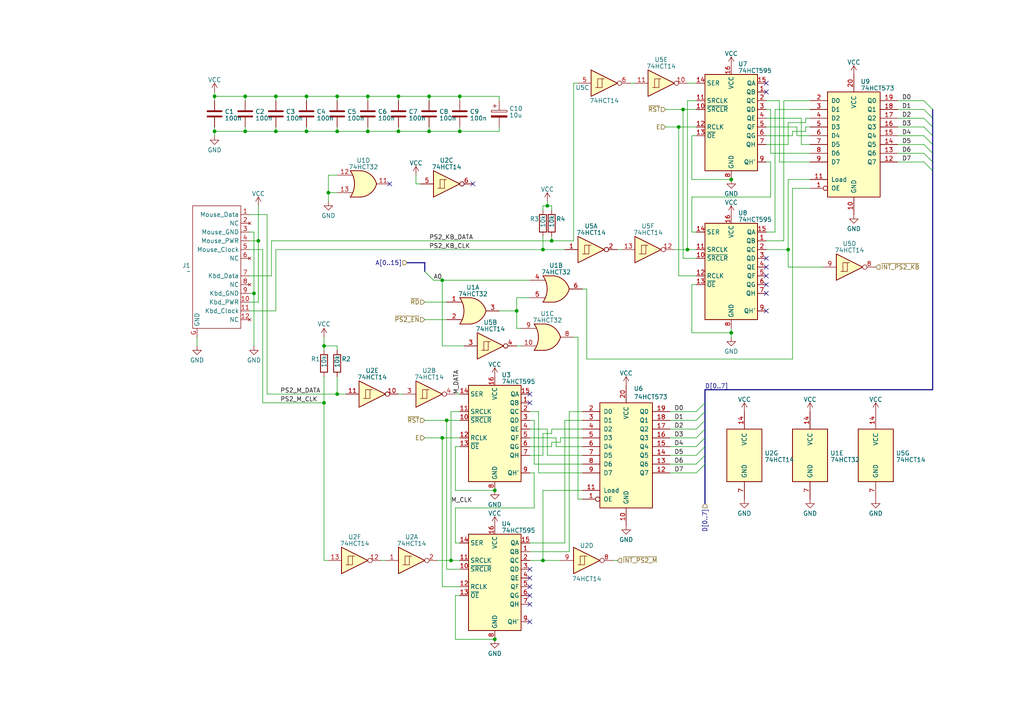
<source format=kicad_sch>
(kicad_sch (version 20231120) (generator "eeschema") (generator_version "8.0")
  (paper "A4")
  (lib_symbols
    (symbol "74xx:74HC14" (pin_names (offset 1.016))
      (property "Reference" "U" (at 0 1.27 0))
      (property "Value" "74HC14" (at 0 -1.27 0))
      (symbol "74HC14_1_0"
        (polyline (pts (xy -3.81 3.81) (xy -3.81 -3.81) (xy 3.81 0) (xy -3.81 3.81)) (stroke (width 0.254)) (fill (type background)))
        (pin input line (at -7.62 0 0) (length 3.81) (name "~") (number "1"))
        (pin output inverted (at 7.62 0 180) (length 3.81) (name "~") (number "2"))
      )
      (symbol "74HC14_1_1"
        (polyline (pts (xy -1.905 -1.27) (xy -1.905 1.27) (xy -0.635 1.27)))
        (polyline (pts (xy -2.54 -1.27) (xy -0.635 -1.27) (xy -0.635 1.27) (xy 0 1.27)))
      )
      (symbol "74HC14_2_0"
        (polyline (pts (xy -3.81 3.81) (xy -3.81 -3.81) (xy 3.81 0) (xy -3.81 3.81)) (stroke (width 0.254)) (fill (type background)))
        (pin input line (at -7.62 0 0) (length 3.81) (name "~") (number "3"))
        (pin output inverted (at 7.62 0 180) (length 3.81) (name "~") (number "4"))
      )
      (symbol "74HC14_2_1"
        (polyline (pts (xy -1.905 -1.27) (xy -1.905 1.27) (xy -0.635 1.27)))
        (polyline (pts (xy -2.54 -1.27) (xy -0.635 -1.27) (xy -0.635 1.27) (xy 0 1.27)))
      )
      (symbol "74HC14_3_0"
        (polyline (pts (xy -3.81 3.81) (xy -3.81 -3.81) (xy 3.81 0) (xy -3.81 3.81)) (stroke (width 0.254)) (fill (type background)))
        (pin input line (at -7.62 0 0) (length 3.81) (name "~") (number "5"))
        (pin output inverted (at 7.62 0 180) (length 3.81) (name "~") (number "6"))
      )
      (symbol "74HC14_3_1"
        (polyline (pts (xy -1.905 -1.27) (xy -1.905 1.27) (xy -0.635 1.27)))
        (polyline (pts (xy -2.54 -1.27) (xy -0.635 -1.27) (xy -0.635 1.27) (xy 0 1.27)))
      )
      (symbol "74HC14_4_0"
        (polyline (pts (xy -3.81 3.81) (xy -3.81 -3.81) (xy 3.81 0) (xy -3.81 3.81)) (stroke (width 0.254)) (fill (type background)))
        (pin output inverted (at 7.62 0 180) (length 3.81) (name "~") (number "8"))
        (pin input line (at -7.62 0 0) (length 3.81) (name "~") (number "9"))
      )
      (symbol "74HC14_4_1"
        (polyline (pts (xy -1.905 -1.27) (xy -1.905 1.27) (xy -0.635 1.27)))
        (polyline (pts (xy -2.54 -1.27) (xy -0.635 -1.27) (xy -0.635 1.27) (xy 0 1.27)))
      )
      (symbol "74HC14_5_0"
        (polyline (pts (xy -3.81 3.81) (xy -3.81 -3.81) (xy 3.81 0) (xy -3.81 3.81)) (stroke (width 0.254)) (fill (type background)))
        (pin output inverted (at 7.62 0 180) (length 3.81) (name "~") (number "10"))
        (pin input line (at -7.62 0 0) (length 3.81) (name "~") (number "11"))
      )
      (symbol "74HC14_5_1"
        (polyline (pts (xy -1.905 -1.27) (xy -1.905 1.27) (xy -0.635 1.27)))
        (polyline (pts (xy -2.54 -1.27) (xy -0.635 -1.27) (xy -0.635 1.27) (xy 0 1.27)))
      )
      (symbol "74HC14_6_0"
        (polyline (pts (xy -3.81 3.81) (xy -3.81 -3.81) (xy 3.81 0) (xy -3.81 3.81)) (stroke (width 0.254)) (fill (type background)))
        (pin output inverted (at 7.62 0 180) (length 3.81) (name "~") (number "12"))
        (pin input line (at -7.62 0 0) (length 3.81) (name "~") (number "13"))
      )
      (symbol "74HC14_6_1"
        (polyline (pts (xy -1.905 -1.27) (xy -1.905 1.27) (xy -0.635 1.27)))
        (polyline (pts (xy -2.54 -1.27) (xy -0.635 -1.27) (xy -0.635 1.27) (xy 0 1.27)))
      )
      (symbol "74HC14_7_0"
        (pin power_in line (at 0 12.7 270) (length 5.08) (name "VCC") (number "14"))
        (pin power_in line (at 0 -12.7 90) (length 5.08) (name "GND") (number "7"))
      )
      (symbol "74HC14_7_1"
        (rectangle (start -5.08 7.62) (end 5.08 -7.62) (stroke (width 0.254)) (fill (type background)))
      )
    )
    (symbol "74xx:74HC595"
      (property "Reference" "U" (at -7.62 13.97 0))
      (property "Value" "74HC595" (at -7.62 -16.51 0))
      (symbol "74HC595_1_0"
        (pin tri_state line (at 10.16 7.62 180) (length 2.54) (name "QB") (number "1"))
        (pin input line (at -10.16 2.54 0) (length 2.54) (name "~{SRCLR}") (number "10"))
        (pin input line (at -10.16 5.08 0) (length 2.54) (name "SRCLK") (number "11"))
        (pin input line (at -10.16 -2.54 0) (length 2.54) (name "RCLK") (number "12"))
        (pin input line (at -10.16 -5.08 0) (length 2.54) (name "~{OE}") (number "13"))
        (pin input line (at -10.16 10.16 0) (length 2.54) (name "SER") (number "14"))
        (pin tri_state line (at 10.16 10.16 180) (length 2.54) (name "QA") (number "15"))
        (pin power_in line (at 0 15.24 270) (length 2.54) (name "VCC") (number "16"))
        (pin tri_state line (at 10.16 5.08 180) (length 2.54) (name "QC") (number "2"))
        (pin tri_state line (at 10.16 2.54 180) (length 2.54) (name "QD") (number "3"))
        (pin tri_state line (at 10.16 0 180) (length 2.54) (name "QE") (number "4"))
        (pin tri_state line (at 10.16 -2.54 180) (length 2.54) (name "QF") (number "5"))
        (pin tri_state line (at 10.16 -5.08 180) (length 2.54) (name "QG") (number "6"))
        (pin tri_state line (at 10.16 -7.62 180) (length 2.54) (name "QH") (number "7"))
        (pin power_in line (at 0 -17.78 90) (length 2.54) (name "GND") (number "8"))
        (pin output line (at 10.16 -12.7 180) (length 2.54) (name "QH'") (number "9"))
      )
      (symbol "74HC595_1_1"
        (rectangle (start -7.62 12.7) (end 7.62 -15.24) (stroke (width 0.254)) (fill (type background)))
      )
    )
    (symbol "74xx:74LS32" (pin_names (offset 1.016))
      (property "Reference" "U" (at 0 1.27 0))
      (property "Value" "74LS32" (at 0 -1.27 0))
      (symbol "74LS32_1_1"
        (arc (start -3.81 -3.81) (mid -2.589 0) (end -3.81 3.81) (stroke (width 0.254)))
        (arc (start -0.6096 -3.81) (mid 2.1842 -2.5851) (end 3.81 0) (stroke (width 0.254)) (fill (type background)))
        (polyline (pts (xy -3.81 -3.81) (xy -0.635 -3.81)) (stroke (width 0.254)) (fill (type background)))
        (polyline (pts (xy -3.81 3.81) (xy -0.635 3.81)) (stroke (width 0.254)) (fill (type background)))
        (polyline (pts (xy -0.635 3.81) (xy -3.81 3.81) (xy -3.81 3.81) (xy -3.556 3.4036) (xy -3.0226 2.2606) (xy -2.6924 1.0414) (xy -2.6162 -0.254) (xy -2.7686 -1.4986) (xy -3.175 -2.7178) (xy -3.81 -3.81) (xy -3.81 -3.81) (xy -0.635 -3.81)) (stroke (width -25.4)) (fill (type background)))
        (arc (start 3.81 0) (mid 2.1915 2.5936) (end -0.6096 3.81) (stroke (width 0.254)) (fill (type background)))
        (pin input line (at -7.62 2.54 0) (length 4.318) (name "~") (number "1"))
        (pin input line (at -7.62 -2.54 0) (length 4.318) (name "~") (number "2"))
        (pin output line (at 7.62 0 180) (length 3.81) (name "~") (number "3"))
      )
      (symbol "74LS32_1_2"
        (arc (start 0 -3.81) (mid 3.7934 0) (end 0 3.81) (stroke (width 0.254)) (fill (type background)))
        (polyline (pts (xy 0 3.81) (xy -3.81 3.81) (xy -3.81 -3.81) (xy 0 -3.81)) (stroke (width 0.254)) (fill (type background)))
        (pin input inverted (at -7.62 2.54 0) (length 3.81) (name "~") (number "1"))
        (pin input inverted (at -7.62 -2.54 0) (length 3.81) (name "~") (number "2"))
        (pin output inverted (at 7.62 0 180) (length 3.81) (name "~") (number "3"))
      )
      (symbol "74LS32_2_1"
        (arc (start -3.81 -3.81) (mid -2.589 0) (end -3.81 3.81) (stroke (width 0.254)))
        (arc (start -0.6096 -3.81) (mid 2.1842 -2.5851) (end 3.81 0) (stroke (width 0.254)) (fill (type background)))
        (polyline (pts (xy -3.81 -3.81) (xy -0.635 -3.81)) (stroke (width 0.254)) (fill (type background)))
        (polyline (pts (xy -3.81 3.81) (xy -0.635 3.81)) (stroke (width 0.254)) (fill (type background)))
        (polyline (pts (xy -0.635 3.81) (xy -3.81 3.81) (xy -3.81 3.81) (xy -3.556 3.4036) (xy -3.0226 2.2606) (xy -2.6924 1.0414) (xy -2.6162 -0.254) (xy -2.7686 -1.4986) (xy -3.175 -2.7178) (xy -3.81 -3.81) (xy -3.81 -3.81) (xy -0.635 -3.81)) (stroke (width -25.4)) (fill (type background)))
        (arc (start 3.81 0) (mid 2.1915 2.5936) (end -0.6096 3.81) (stroke (width 0.254)) (fill (type background)))
        (pin input line (at -7.62 2.54 0) (length 4.318) (name "~") (number "4"))
        (pin input line (at -7.62 -2.54 0) (length 4.318) (name "~") (number "5"))
        (pin output line (at 7.62 0 180) (length 3.81) (name "~") (number "6"))
      )
      (symbol "74LS32_2_2"
        (arc (start 0 -3.81) (mid 3.7934 0) (end 0 3.81) (stroke (width 0.254)) (fill (type background)))
        (polyline (pts (xy 0 3.81) (xy -3.81 3.81) (xy -3.81 -3.81) (xy 0 -3.81)) (stroke (width 0.254)) (fill (type background)))
        (pin input inverted (at -7.62 2.54 0) (length 3.81) (name "~") (number "4"))
        (pin input inverted (at -7.62 -2.54 0) (length 3.81) (name "~") (number "5"))
        (pin output inverted (at 7.62 0 180) (length 3.81) (name "~") (number "6"))
      )
      (symbol "74LS32_3_1"
        (arc (start -3.81 -3.81) (mid -2.589 0) (end -3.81 3.81) (stroke (width 0.254)))
        (arc (start -0.6096 -3.81) (mid 2.1842 -2.5851) (end 3.81 0) (stroke (width 0.254)) (fill (type background)))
        (polyline (pts (xy -3.81 -3.81) (xy -0.635 -3.81)) (stroke (width 0.254)) (fill (type background)))
        (polyline (pts (xy -3.81 3.81) (xy -0.635 3.81)) (stroke (width 0.254)) (fill (type background)))
        (polyline (pts (xy -0.635 3.81) (xy -3.81 3.81) (xy -3.81 3.81) (xy -3.556 3.4036) (xy -3.0226 2.2606) (xy -2.6924 1.0414) (xy -2.6162 -0.254) (xy -2.7686 -1.4986) (xy -3.175 -2.7178) (xy -3.81 -3.81) (xy -3.81 -3.81) (xy -0.635 -3.81)) (stroke (width -25.4)) (fill (type background)))
        (arc (start 3.81 0) (mid 2.1915 2.5936) (end -0.6096 3.81) (stroke (width 0.254)) (fill (type background)))
        (pin input line (at -7.62 -2.54 0) (length 4.318) (name "~") (number "10"))
        (pin output line (at 7.62 0 180) (length 3.81) (name "~") (number "8"))
        (pin input line (at -7.62 2.54 0) (length 4.318) (name "~") (number "9"))
      )
      (symbol "74LS32_3_2"
        (arc (start 0 -3.81) (mid 3.7934 0) (end 0 3.81) (stroke (width 0.254)) (fill (type background)))
        (polyline (pts (xy 0 3.81) (xy -3.81 3.81) (xy -3.81 -3.81) (xy 0 -3.81)) (stroke (width 0.254)) (fill (type background)))
        (pin input inverted (at -7.62 -2.54 0) (length 3.81) (name "~") (number "10"))
        (pin output inverted (at 7.62 0 180) (length 3.81) (name "~") (number "8"))
        (pin input inverted (at -7.62 2.54 0) (length 3.81) (name "~") (number "9"))
      )
      (symbol "74LS32_4_1"
        (arc (start -3.81 -3.81) (mid -2.589 0) (end -3.81 3.81) (stroke (width 0.254)))
        (arc (start -0.6096 -3.81) (mid 2.1842 -2.5851) (end 3.81 0) (stroke (width 0.254)) (fill (type background)))
        (polyline (pts (xy -3.81 -3.81) (xy -0.635 -3.81)) (stroke (width 0.254)) (fill (type background)))
        (polyline (pts (xy -3.81 3.81) (xy -0.635 3.81)) (stroke (width 0.254)) (fill (type background)))
        (polyline (pts (xy -0.635 3.81) (xy -3.81 3.81) (xy -3.81 3.81) (xy -3.556 3.4036) (xy -3.0226 2.2606) (xy -2.6924 1.0414) (xy -2.6162 -0.254) (xy -2.7686 -1.4986) (xy -3.175 -2.7178) (xy -3.81 -3.81) (xy -3.81 -3.81) (xy -0.635 -3.81)) (stroke (width -25.4)) (fill (type background)))
        (arc (start 3.81 0) (mid 2.1915 2.5936) (end -0.6096 3.81) (stroke (width 0.254)) (fill (type background)))
        (pin output line (at 7.62 0 180) (length 3.81) (name "~") (number "11"))
        (pin input line (at -7.62 2.54 0) (length 4.318) (name "~") (number "12"))
        (pin input line (at -7.62 -2.54 0) (length 4.318) (name "~") (number "13"))
      )
      (symbol "74LS32_4_2"
        (arc (start 0 -3.81) (mid 3.7934 0) (end 0 3.81) (stroke (width 0.254)) (fill (type background)))
        (polyline (pts (xy 0 3.81) (xy -3.81 3.81) (xy -3.81 -3.81) (xy 0 -3.81)) (stroke (width 0.254)) (fill (type background)))
        (pin output inverted (at 7.62 0 180) (length 3.81) (name "~") (number "11"))
        (pin input inverted (at -7.62 2.54 0) (length 3.81) (name "~") (number "12"))
        (pin input inverted (at -7.62 -2.54 0) (length 3.81) (name "~") (number "13"))
      )
      (symbol "74LS32_5_0"
        (pin power_in line (at 0 12.7 270) (length 5.08) (name "VCC") (number "14"))
        (pin power_in line (at 0 -12.7 90) (length 5.08) (name "GND") (number "7"))
      )
      (symbol "74LS32_5_1"
        (rectangle (start -5.08 7.62) (end 5.08 -7.62) (stroke (width 0.254)) (fill (type background)))
      )
    )
    (symbol "74xx:74LS573" (pin_names (offset 1.016))
      (property "Reference" "U" (at -7.62 16.51 0))
      (property "Value" "74LS573" (at -7.62 -16.51 0))
      (symbol "74LS573_1_0"
        (pin input inverted (at -12.7 -12.7 0) (length 5.08) (name "OE") (number "1"))
        (pin power_in line (at 0 -20.32 90) (length 5.08) (name "GND") (number "10"))
        (pin input line (at -12.7 -10.16 0) (length 5.08) (name "Load") (number "11"))
        (pin tri_state line (at 12.7 -5.08 180) (length 5.08) (name "Q7") (number "12"))
        (pin tri_state line (at 12.7 -2.54 180) (length 5.08) (name "Q6") (number "13"))
        (pin tri_state line (at 12.7 0 180) (length 5.08) (name "Q5") (number "14"))
        (pin tri_state line (at 12.7 2.54 180) (length 5.08) (name "Q4") (number "15"))
        (pin tri_state line (at 12.7 5.08 180) (length 5.08) (name "Q3") (number "16"))
        (pin tri_state line (at 12.7 7.62 180) (length 5.08) (name "Q2") (number "17"))
        (pin tri_state line (at 12.7 10.16 180) (length 5.08) (name "Q1") (number "18"))
        (pin tri_state line (at 12.7 12.7 180) (length 5.08) (name "Q0") (number "19"))
        (pin input line (at -12.7 12.7 0) (length 5.08) (name "D0") (number "2"))
        (pin power_in line (at 0 20.32 270) (length 5.08) (name "VCC") (number "20"))
        (pin input line (at -12.7 10.16 0) (length 5.08) (name "D1") (number "3"))
        (pin input line (at -12.7 7.62 0) (length 5.08) (name "D2") (number "4"))
        (pin input line (at -12.7 5.08 0) (length 5.08) (name "D3") (number "5"))
        (pin input line (at -12.7 2.54 0) (length 5.08) (name "D4") (number "6"))
        (pin input line (at -12.7 0 0) (length 5.08) (name "D5") (number "7"))
        (pin input line (at -12.7 -2.54 0) (length 5.08) (name "D6") (number "8"))
        (pin input line (at -12.7 -5.08 0) (length 5.08) (name "D7") (number "9"))
      )
      (symbol "74LS573_1_1"
        (rectangle (start -7.62 15.24) (end 7.62 -15.24) (stroke (width 0.254)) (fill (type background)))
      )
    )
    (symbol "Device:C" (pin_numbers hide) (pin_names (offset 0.254))
      (property "Reference" "C" (at 0.635 2.54 0))
      (property "Value" "C" (at 0.635 -2.54 0))
      (symbol "C_0_1"
        (polyline (pts (xy -2.032 -0.762) (xy 2.032 -0.762)) (stroke (width 0.508)))
        (polyline (pts (xy -2.032 0.762) (xy 2.032 0.762)) (stroke (width 0.508)))
      )
      (symbol "C_1_1"
        (pin passive line (at 0 3.81 270) (length 2.794) (name "~") (number "1"))
        (pin passive line (at 0 -3.81 90) (length 2.794) (name "~") (number "2"))
      )
    )
    (symbol "Device:C_Polarized" (pin_numbers hide) (pin_names (offset 0.254))
      (property "Reference" "C" (at 0.635 2.54 0))
      (property "Value" "C_Polarized" (at 0.635 -2.54 0))
      (symbol "C_Polarized_0_1"
        (rectangle (start -2.286 0.508) (end 2.286 1.016))
        (polyline (pts (xy -1.778 2.286) (xy -0.762 2.286)))
        (polyline (pts (xy -1.27 2.794) (xy -1.27 1.778)))
        (rectangle (start 2.286 -0.508) (end -2.286 -1.016) (fill (type outline)))
      )
      (symbol "C_Polarized_1_1"
        (pin passive line (at 0 3.81 270) (length 2.794) (name "~") (number "1"))
        (pin passive line (at 0 -3.81 90) (length 2.794) (name "~") (number "2"))
      )
    )
    (symbol "Device:R" (pin_numbers hide) (pin_names (offset 0))
      (property "Reference" "R" (at 2.032 0 90))
      (property "Value" "R" (at 0 0 90))
      (symbol "R_0_1"
        (rectangle (start -1.016 -2.54) (end 1.016 2.54) (stroke (width 0.254)))
      )
      (symbol "R_1_1"
        (pin passive line (at 0 3.81 270) (length 1.27) (name "~") (number "1"))
        (pin passive line (at 0 -3.81 90) (length 1.27) (name "~") (number "2"))
      )
    )
    (symbol "motherboard:2xPS2"
      (property "Reference" "J" (at 0 0 0))
      (symbol "2xPS2_0_1"
        (rectangle (start -7.62 38.1) (end 6.35 2.54))
      )
      (symbol "2xPS2_1_1"
        (pin input line (at -10.16 35.56 0) (length 2.54) (name "Mouse_Data") (number "1"))
        (pin power_in line (at -10.16 10.16 0) (length 2.54) (name "Kbd_PWR") (number "10"))
        (pin power_in line (at -10.16 7.62 0) (length 2.54) (name "Kbd_Clock") (number "11"))
        (pin no_connect line (at -10.16 5.08 0) (length 2.54) (name "NC") (number "12"))
        (pin no_connect line (at -10.16 33.02 0) (length 2.54) (name "NC") (number "2"))
        (pin power_in line (at -10.16 30.48 0) (length 2.54) (name "Mouse_GND") (number "3"))
        (pin power_in line (at -10.16 27.94 0) (length 2.54) (name "Mouse_PWR") (number "4"))
        (pin power_in line (at -10.16 25.4 0) (length 2.54) (name "Mouse_Clock") (number "5"))
        (pin no_connect line (at -10.16 22.86 0) (length 2.54) (name "NC") (number "6"))
        (pin input line (at -10.16 17.78 0) (length 2.54) (name "Kbd_Data") (number "7"))
        (pin no_connect line (at -10.16 15.24 0) (length 2.54) (name "NC") (number "8"))
        (pin power_in line (at -10.16 12.7 0) (length 2.54) (name "Kbd_GND") (number "9"))
        (pin power_in line (at 5.08 0 90) (length 2.54) (name "GND") (number "G"))
      )
    )
    (symbol "power:GND" (power) (pin_names (offset 0))
      (property "Value" "GND" (at 0 -3.81 0))
      (symbol "GND_0_1"
        (polyline (pts (xy 0 0) (xy 0 -1.27) (xy 1.27 -1.27) (xy 0 -2.54) (xy -1.27 -1.27) (xy 0 -1.27)))
      )
      (symbol "GND_1_1"
        (pin power_in line (at 0 0 270) (length 0) hide (name "GND") (number "1"))
      )
    )
    (symbol "power:VCC" (power) (pin_names (offset 0))
      (property "Value" "VCC" (at 0 3.81 0))
      (symbol "VCC_0_1"
        (polyline (pts (xy -0.762 1.27) (xy 0 2.54)))
        (polyline (pts (xy 0 0) (xy 0 2.54)))
        (polyline (pts (xy 0 2.54) (xy 0.762 1.27)))
      )
      (symbol "VCC_1_1"
        (pin power_in line (at 0 0 90) (length 0) hide (name "VCC") (number "1"))
      )
    )
  )
  (junction (at 80.01 27.94))
  (junction (at 133.35 38.1))
  (junction (at 196.85 36.83))
  (junction (at 124.46 38.1))
  (junction (at 212.09 52.07))
  (junction (at 93.98 116.84))
  (junction (at 62.23 38.1))
  (junction (at 93.98 100.33))
  (junction (at 88.9 38.1))
  (junction (at 198.12 31.75))
  (junction (at 97.79 27.94))
  (junction (at 130.81 162.56))
  (junction (at 97.79 38.1))
  (junction (at 129.54 121.92))
  (junction (at 62.23 27.94))
  (junction (at 71.12 38.1))
  (junction (at 199.39 72.39))
  (junction (at 74.93 69.85))
  (junction (at 80.01 38.1))
  (junction (at 212.09 96.52))
  (junction (at 95.25 55.88))
  (junction (at 157.48 72.39))
  (junction (at 158.75 59.69))
  (junction (at 128.27 127))
  (junction (at 143.51 185.42))
  (junction (at 228.6 72.39))
  (junction (at 106.68 38.1))
  (junction (at 106.68 27.94))
  (junction (at 115.57 38.1))
  (junction (at 71.12 27.94))
  (junction (at 149.86 90.17))
  (junction (at 73.66 85.09))
  (junction (at 124.46 27.94))
  (junction (at 88.9 27.94))
  (junction (at 128.27 81.28))
  (junction (at 115.57 27.94))
  (junction (at 133.35 27.94))
  (junction (at 143.51 142.24))
  (junction (at 160.02 69.85))
  (junction (at 157.48 162.56))
  (junction (at 97.79 114.3))
  (no_connect (at 153.67 180.34))
  (no_connect (at 153.67 114.3))
  (no_connect (at 222.25 82.55))
  (no_connect (at 153.67 170.18))
  (no_connect (at 153.67 175.26))
  (no_connect (at 137.16 53.34))
  (no_connect (at 153.67 165.1))
  (no_connect (at 113.03 53.34))
  (no_connect (at 153.67 167.64))
  (no_connect (at 222.25 26.67))
  (no_connect (at 153.67 116.84))
  (no_connect (at 222.25 85.09))
  (no_connect (at 222.25 24.13))
  (no_connect (at 222.25 90.17))
  (no_connect (at 222.25 74.93))
  (no_connect (at 222.25 77.47))
  (no_connect (at 222.25 80.01))
  (no_connect (at 153.67 172.72))
  (bus_entry (at 204.47 121.92) (size -2.54 2.54))
  (bus_entry (at 270.51 31.75) (size -2.54 -2.54))
  (bus_entry (at 123.19 78.74) (size 2.54 2.54))
  (bus_entry (at 204.47 127) (size -2.54 2.54))
  (bus_entry (at 204.47 132.08) (size -2.54 2.54))
  (bus_entry (at 270.51 34.29) (size -2.54 -2.54))
  (bus_entry (at 270.51 41.91) (size -2.54 -2.54))
  (bus_entry (at 204.47 129.54) (size -2.54 2.54))
  (bus_entry (at 270.51 36.83) (size -2.54 -2.54))
  (bus_entry (at 204.47 124.46) (size -2.54 2.54))
  (bus_entry (at 204.47 116.84) (size -2.54 2.54))
  (bus_entry (at 204.47 119.38) (size -2.54 2.54))
  (bus_entry (at 204.47 134.62) (size -2.54 2.54))
  (bus_entry (at 270.51 49.53) (size -2.54 -2.54))
  (bus_entry (at 270.51 39.37) (size -2.54 -2.54))
  (bus_entry (at 270.51 46.99) (size -2.54 -2.54))
  (bus_entry (at 270.51 44.45) (size -2.54 -2.54))
  (wire (pts (xy 158.75 124.46) (xy 158.75 132.08)))
  (wire (pts (xy 133.35 129.54) (xy 132.08 129.54)))
  (wire (pts (xy 115.57 29.21) (xy 115.57 27.94)))
  (wire (pts (xy 194.31 137.16) (xy 201.93 137.16)))
  (wire (pts (xy 123.19 127) (xy 128.27 127)))
  (wire (pts (xy 77.47 62.23) (xy 77.47 114.3)))
  (wire (pts (xy 97.79 36.83) (xy 97.79 38.1)))
  (wire (pts (xy 115.57 27.94) (xy 124.46 27.94)))
  (wire (pts (xy 72.39 80.01) (xy 78.74 80.01)))
  (wire (pts (xy 154.94 147.32) (xy 132.08 147.32)))
  (wire (pts (xy 110.49 162.56) (xy 111.76 162.56)))
  (wire (pts (xy 153.67 157.48) (xy 163.83 157.48)))
  (wire (pts (xy 196.85 36.83) (xy 196.85 80.01)))
  (wire (pts (xy 127 162.56) (xy 130.81 162.56)))
  (wire (pts (xy 154.94 134.62) (xy 168.91 134.62)))
  (wire (pts (xy 62.23 27.94) (xy 71.12 27.94)))
  (wire (pts (xy 157.48 72.39) (xy 163.83 72.39)))
  (wire (pts (xy 128.27 127) (xy 128.27 170.18)))
  (wire (pts (xy 167.64 144.78) (xy 168.91 144.78)))
  (wire (pts (xy 124.46 36.83) (xy 124.46 38.1)))
  (wire (pts (xy 229.87 54.61) (xy 234.95 54.61)))
  (wire (pts (xy 120.65 53.34) (xy 121.92 53.34)))
  (wire (pts (xy 80.01 38.1) (xy 88.9 38.1)))
  (wire (pts (xy 160.02 59.69) (xy 160.02 60.96)))
  (wire (pts (xy 153.67 121.92) (xy 154.94 121.92)))
  (wire (pts (xy 156.21 119.38) (xy 153.67 119.38)))
  (bus (pts (xy 123.19 76.2) (xy 123.19 78.74)))
  (wire (pts (xy 177.8 162.56) (xy 179.07 162.56)))
  (wire (pts (xy 129.54 121.92) (xy 129.54 165.1)))
  (wire (pts (xy 80.01 27.94) (xy 80.01 29.21)))
  (wire (pts (xy 157.48 132.08) (xy 153.67 132.08)))
  (wire (pts (xy 115.57 38.1) (xy 124.46 38.1)))
  (wire (pts (xy 163.83 121.92) (xy 168.91 121.92)))
  (wire (pts (xy 106.68 38.1) (xy 115.57 38.1)))
  (wire (pts (xy 224.79 67.31) (xy 224.79 31.75)))
  (wire (pts (xy 134.62 100.33) (xy 128.27 100.33)))
  (wire (pts (xy 179.07 72.39) (xy 180.34 72.39)))
  (wire (pts (xy 97.79 114.3) (xy 100.33 114.3)))
  (wire (pts (xy 78.74 69.85) (xy 160.02 69.85)))
  (wire (pts (xy 123.19 87.63) (xy 129.54 87.63)))
  (wire (pts (xy 222.25 41.91) (xy 228.6 41.91)))
  (wire (pts (xy 62.23 26.67) (xy 62.23 27.94)))
  (wire (pts (xy 194.31 129.54) (xy 201.93 129.54)))
  (wire (pts (xy 194.31 134.62) (xy 201.93 134.62)))
  (bus (pts (xy 270.51 46.99) (xy 270.51 49.53)))
  (wire (pts (xy 97.79 29.21) (xy 97.79 27.94)))
  (wire (pts (xy 199.39 29.21) (xy 201.93 29.21)))
  (wire (pts (xy 115.57 114.3) (xy 116.84 114.3)))
  (wire (pts (xy 129.54 165.1) (xy 133.35 165.1)))
  (wire (pts (xy 76.2 116.84) (xy 93.98 116.84)))
  (wire (pts (xy 124.46 38.1) (xy 133.35 38.1)))
  (wire (pts (xy 231.14 39.37) (xy 234.95 39.37)))
  (wire (pts (xy 120.65 50.8) (xy 120.65 53.34)))
  (bus (pts (xy 204.47 124.46) (xy 204.47 127)))
  (wire (pts (xy 157.48 125.73) (xy 160.02 125.73)))
  (wire (pts (xy 72.39 87.63) (xy 74.93 87.63)))
  (wire (pts (xy 62.23 38.1) (xy 71.12 38.1)))
  (wire (pts (xy 93.98 97.79) (xy 93.98 100.33)))
  (wire (pts (xy 154.94 137.16) (xy 154.94 147.32)))
  (wire (pts (xy 153.67 127) (xy 161.29 127)))
  (bus (pts (xy 204.47 116.84) (xy 204.47 119.38)))
  (wire (pts (xy 124.46 27.94) (xy 133.35 27.94)))
  (wire (pts (xy 233.68 34.29) (xy 234.95 34.29)))
  (wire (pts (xy 260.35 46.99) (xy 267.97 46.99)))
  (wire (pts (xy 97.79 27.94) (xy 106.68 27.94)))
  (wire (pts (xy 228.6 41.91) (xy 228.6 35.56)))
  (wire (pts (xy 71.12 29.21) (xy 71.12 27.94)))
  (wire (pts (xy 168.91 83.82) (xy 170.18 83.82)))
  (wire (pts (xy 88.9 27.94) (xy 88.9 29.21)))
  (wire (pts (xy 153.67 162.56) (xy 157.48 162.56)))
  (wire (pts (xy 144.78 90.17) (xy 149.86 90.17)))
  (wire (pts (xy 194.31 121.92) (xy 201.93 121.92)))
  (wire (pts (xy 160.02 129.54) (xy 160.02 128.27)))
  (wire (pts (xy 130.81 162.56) (xy 133.35 162.56)))
  (wire (pts (xy 165.1 119.38) (xy 168.91 119.38)))
  (wire (pts (xy 199.39 72.39) (xy 199.39 29.21)))
  (bus (pts (xy 270.51 113.03) (xy 204.47 113.03)))
  (wire (pts (xy 149.86 95.25) (xy 151.13 95.25)))
  (bus (pts (xy 118.11 76.2) (xy 123.19 76.2)))
  (wire (pts (xy 123.19 121.92) (xy 129.54 121.92)))
  (wire (pts (xy 160.02 125.73) (xy 160.02 124.46)))
  (wire (pts (xy 223.52 57.15) (xy 200.66 57.15)))
  (wire (pts (xy 76.2 72.39) (xy 76.2 116.84)))
  (wire (pts (xy 144.78 36.83) (xy 144.78 38.1)))
  (wire (pts (xy 165.1 160.02) (xy 165.1 119.38)))
  (wire (pts (xy 229.87 38.1) (xy 229.87 39.37)))
  (wire (pts (xy 74.93 69.85) (xy 74.93 87.63)))
  (wire (pts (xy 196.85 36.83) (xy 201.93 36.83)))
  (wire (pts (xy 226.06 29.21) (xy 222.25 29.21)))
  (bus (pts (xy 204.47 127) (xy 204.47 129.54)))
  (wire (pts (xy 195.58 72.39) (xy 199.39 72.39)))
  (wire (pts (xy 232.41 41.91) (xy 234.95 41.91)))
  (wire (pts (xy 228.6 77.47) (xy 238.76 77.47)))
  (wire (pts (xy 106.68 27.94) (xy 106.68 29.21)))
  (wire (pts (xy 157.48 59.69) (xy 158.75 59.69)))
  (bus (pts (xy 204.47 132.08) (xy 204.47 134.62)))
  (wire (pts (xy 260.35 29.21) (xy 267.97 29.21)))
  (wire (pts (xy 72.39 67.31) (xy 73.66 67.31)))
  (wire (pts (xy 128.27 127) (xy 133.35 127)))
  (wire (pts (xy 198.12 74.93) (xy 201.93 74.93)))
  (wire (pts (xy 95.25 50.8) (xy 95.25 55.88)))
  (wire (pts (xy 212.09 96.52) (xy 212.09 95.25)))
  (wire (pts (xy 158.75 132.08) (xy 168.91 132.08)))
  (wire (pts (xy 160.02 68.58) (xy 160.02 69.85)))
  (wire (pts (xy 224.79 31.75) (xy 234.95 31.75)))
  (bus (pts (xy 204.47 134.62) (xy 204.47 146.05)))
  (wire (pts (xy 88.9 27.94) (xy 97.79 27.94)))
  (wire (pts (xy 201.93 31.75) (xy 198.12 31.75)))
  (wire (pts (xy 80.01 72.39) (xy 157.48 72.39)))
  (wire (pts (xy 222.25 36.83) (xy 231.14 36.83)))
  (wire (pts (xy 132.08 114.3) (xy 133.35 114.3)))
  (wire (pts (xy 115.57 36.83) (xy 115.57 38.1)))
  (wire (pts (xy 163.83 157.48) (xy 163.83 121.92)))
  (wire (pts (xy 97.79 38.1) (xy 106.68 38.1)))
  (wire (pts (xy 78.74 80.01) (xy 78.74 69.85)))
  (wire (pts (xy 153.67 124.46) (xy 158.75 124.46)))
  (wire (pts (xy 97.79 101.6) (xy 97.79 100.33)))
  (wire (pts (xy 71.12 38.1) (xy 80.01 38.1)))
  (wire (pts (xy 222.25 67.31) (xy 224.79 67.31)))
  (wire (pts (xy 157.48 60.96) (xy 157.48 59.69)))
  (wire (pts (xy 222.25 39.37) (xy 229.87 39.37)))
  (wire (pts (xy 153.67 137.16) (xy 154.94 137.16)))
  (bus (pts (xy 270.51 34.29) (xy 270.51 36.83)))
  (wire (pts (xy 88.9 38.1) (xy 97.79 38.1)))
  (wire (pts (xy 260.35 34.29) (xy 267.97 34.29)))
  (wire (pts (xy 234.95 46.99) (xy 226.06 46.99)))
  (wire (pts (xy 93.98 100.33) (xy 93.98 101.6)))
  (wire (pts (xy 133.35 38.1) (xy 144.78 38.1)))
  (wire (pts (xy 158.75 59.69) (xy 160.02 59.69)))
  (wire (pts (xy 80.01 72.39) (xy 80.01 90.17)))
  (wire (pts (xy 200.66 96.52) (xy 212.09 96.52)))
  (wire (pts (xy 133.35 172.72) (xy 132.08 172.72)))
  (wire (pts (xy 153.67 129.54) (xy 160.02 129.54)))
  (wire (pts (xy 157.48 142.24) (xy 157.48 162.56)))
  (wire (pts (xy 229.87 104.14) (xy 229.87 54.61)))
  (wire (pts (xy 161.29 127) (xy 161.29 129.54)))
  (wire (pts (xy 170.18 104.14) (xy 170.18 83.82)))
  (bus (pts (xy 204.47 113.03) (xy 204.47 116.84)))
  (wire (pts (xy 132.08 142.24) (xy 143.51 142.24)))
  (wire (pts (xy 157.48 162.56) (xy 162.56 162.56)))
  (wire (pts (xy 194.31 119.38) (xy 201.93 119.38)))
  (wire (pts (xy 144.78 27.94) (xy 144.78 29.21)))
  (wire (pts (xy 170.18 104.14) (xy 229.87 104.14)))
  (wire (pts (xy 193.04 31.75) (xy 198.12 31.75)))
  (wire (pts (xy 168.91 137.16) (xy 156.21 137.16)))
  (wire (pts (xy 97.79 55.88) (xy 95.25 55.88)))
  (wire (pts (xy 132.08 185.42) (xy 143.51 185.42)))
  (wire (pts (xy 80.01 27.94) (xy 88.9 27.94)))
  (wire (pts (xy 157.48 68.58) (xy 157.48 72.39)))
  (wire (pts (xy 200.66 52.07) (xy 212.09 52.07)))
  (wire (pts (xy 77.47 114.3) (xy 97.79 114.3)))
  (wire (pts (xy 130.81 162.56) (xy 130.81 119.38)))
  (wire (pts (xy 166.37 24.13) (xy 167.64 24.13)))
  (wire (pts (xy 72.39 62.23) (xy 77.47 62.23)))
  (wire (pts (xy 260.35 36.83) (xy 267.97 36.83)))
  (wire (pts (xy 62.23 38.1) (xy 62.23 39.37)))
  (wire (pts (xy 72.39 85.09) (xy 73.66 85.09)))
  (wire (pts (xy 198.12 31.75) (xy 198.12 74.93)))
  (wire (pts (xy 133.35 36.83) (xy 133.35 38.1)))
  (bus (pts (xy 270.51 31.75) (xy 270.51 34.29)))
  (wire (pts (xy 227.33 69.85) (xy 227.33 29.21)))
  (wire (pts (xy 201.93 39.37) (xy 200.66 39.37)))
  (wire (pts (xy 62.23 36.83) (xy 62.23 38.1)))
  (wire (pts (xy 200.66 39.37) (xy 200.66 52.07)))
  (wire (pts (xy 232.41 34.29) (xy 232.41 41.91)))
  (wire (pts (xy 133.35 27.94) (xy 144.78 27.94)))
  (wire (pts (xy 160.02 124.46) (xy 168.91 124.46)))
  (wire (pts (xy 128.27 81.28) (xy 153.67 81.28)))
  (wire (pts (xy 157.48 132.08) (xy 157.48 125.73)))
  (wire (pts (xy 149.86 100.33) (xy 151.13 100.33)))
  (wire (pts (xy 73.66 67.31) (xy 73.66 85.09)))
  (wire (pts (xy 74.93 59.69) (xy 74.93 69.85)))
  (wire (pts (xy 200.66 67.31) (xy 201.93 67.31)))
  (bus (pts (xy 270.51 36.83) (xy 270.51 39.37)))
  (wire (pts (xy 72.39 69.85) (xy 74.93 69.85)))
  (wire (pts (xy 168.91 142.24) (xy 157.48 142.24)))
  (wire (pts (xy 199.39 24.13) (xy 201.93 24.13)))
  (wire (pts (xy 222.25 72.39) (xy 228.6 72.39)))
  (wire (pts (xy 193.04 36.83) (xy 196.85 36.83)))
  (wire (pts (xy 133.35 29.21) (xy 133.35 27.94)))
  (wire (pts (xy 132.08 157.48) (xy 133.35 157.48)))
  (wire (pts (xy 222.25 34.29) (xy 232.41 34.29)))
  (bus (pts (xy 270.51 49.53) (xy 270.51 113.03)))
  (wire (pts (xy 196.85 80.01) (xy 201.93 80.01)))
  (wire (pts (xy 260.35 44.45) (xy 267.97 44.45)))
  (wire (pts (xy 223.52 46.99) (xy 223.52 57.15)))
  (wire (pts (xy 132.08 147.32) (xy 132.08 157.48)))
  (wire (pts (xy 123.19 92.71) (xy 129.54 92.71)))
  (wire (pts (xy 200.66 57.15) (xy 200.66 67.31)))
  (wire (pts (xy 194.31 127) (xy 201.93 127)))
  (wire (pts (xy 160.02 69.85) (xy 166.37 69.85)))
  (wire (pts (xy 182.88 24.13) (xy 184.15 24.13)))
  (wire (pts (xy 260.35 31.75) (xy 267.97 31.75)))
  (wire (pts (xy 194.31 124.46) (xy 201.93 124.46)))
  (wire (pts (xy 223.52 44.45) (xy 234.95 44.45)))
  (wire (pts (xy 93.98 109.22) (xy 93.98 116.84)))
  (wire (pts (xy 71.12 27.94) (xy 80.01 27.94)))
  (wire (pts (xy 161.29 129.54) (xy 168.91 129.54)))
  (wire (pts (xy 260.35 39.37) (xy 267.97 39.37)))
  (wire (pts (xy 228.6 52.07) (xy 228.6 72.39)))
  (wire (pts (xy 233.68 35.56) (xy 233.68 34.29)))
  (wire (pts (xy 62.23 27.94) (xy 62.23 29.21)))
  (wire (pts (xy 125.73 81.28) (xy 128.27 81.28)))
  (wire (pts (xy 124.46 29.21) (xy 124.46 27.94)))
  (wire (pts (xy 71.12 36.83) (xy 71.12 38.1)))
  (wire (pts (xy 201.93 82.55) (xy 200.66 82.55)))
  (wire (pts (xy 128.27 100.33) (xy 128.27 81.28)))
  (wire (pts (xy 158.75 58.42) (xy 158.75 59.69)))
  (wire (pts (xy 222.25 69.85) (xy 227.33 69.85)))
  (wire (pts (xy 194.31 132.08) (xy 201.93 132.08)))
  (wire (pts (xy 80.01 36.83) (xy 80.01 38.1)))
  (wire (pts (xy 130.81 119.38) (xy 133.35 119.38)))
  (wire (pts (xy 162.56 128.27) (xy 162.56 127)))
  (wire (pts (xy 97.79 100.33) (xy 93.98 100.33)))
  (wire (pts (xy 199.39 72.39) (xy 201.93 72.39)))
  (wire (pts (xy 260.35 41.91) (xy 267.97 41.91)))
  (wire (pts (xy 156.21 137.16) (xy 156.21 119.38)))
  (wire (pts (xy 149.86 86.36) (xy 153.67 86.36)))
  (wire (pts (xy 80.01 90.17) (xy 72.39 90.17)))
  (wire (pts (xy 132.08 129.54) (xy 132.08 142.24)))
  (wire (pts (xy 231.14 36.83) (xy 231.14 39.37)))
  (wire (pts (xy 106.68 27.94) (xy 115.57 27.94)))
  (wire (pts (xy 88.9 36.83) (xy 88.9 38.1)))
  (wire (pts (xy 227.33 29.21) (xy 234.95 29.21)))
  (wire (pts (xy 76.2 72.39) (xy 72.39 72.39)))
  (wire (pts (xy 166.37 97.79) (xy 167.64 97.79)))
  (wire (pts (xy 154.94 121.92) (xy 154.94 134.62)))
  (wire (pts (xy 226.06 46.99) (xy 226.06 29.21)))
  (bus (pts (xy 204.47 119.38) (xy 204.47 121.92)))
  (bus (pts (xy 270.51 44.45) (xy 270.51 46.99)))
  (bus (pts (xy 204.47 129.54) (xy 204.47 132.08)))
  (wire (pts (xy 132.08 172.72) (xy 132.08 185.42)))
  (wire (pts (xy 228.6 35.56) (xy 233.68 35.56)))
  (wire (pts (xy 95.25 55.88) (xy 95.25 58.42)))
  (wire (pts (xy 93.98 116.84) (xy 93.98 162.56)))
  (wire (pts (xy 229.87 38.1) (xy 233.68 38.1)))
  (wire (pts (xy 73.66 85.09) (xy 73.66 100.33)))
  (wire (pts (xy 97.79 109.22) (xy 97.79 114.3)))
  (bus (pts (xy 204.47 121.92) (xy 204.47 124.46)))
  (wire (pts (xy 234.95 52.07) (xy 228.6 52.07)))
  (wire (pts (xy 128.27 170.18) (xy 133.35 170.18)))
  (wire (pts (xy 162.56 127) (xy 168.91 127)))
  (wire (pts (xy 57.15 100.33) (xy 57.15 97.79)))
  (wire (pts (xy 106.68 36.83) (xy 106.68 38.1)))
  (wire (pts (xy 228.6 77.47) (xy 228.6 72.39)))
  (wire (pts (xy 222.25 31.75) (xy 223.52 31.75)))
  (wire (pts (xy 200.66 82.55) (xy 200.66 96.52)))
  (bus (pts (xy 270.51 39.37) (xy 270.51 41.91)))
  (wire (pts (xy 129.54 121.92) (xy 133.35 121.92)))
  (bus (pts (xy 270.51 41.91) (xy 270.51 44.45)))
  (wire (pts (xy 223.52 31.75) (xy 223.52 44.45)))
  (wire (pts (xy 95.25 162.56) (xy 93.98 162.56)))
  (wire (pts (xy 167.64 97.79) (xy 167.64 144.78)))
  (wire (pts (xy 149.86 86.36) (xy 149.86 90.17)))
  (wire (pts (xy 233.68 38.1) (xy 233.68 36.83)))
  (wire (pts (xy 222.25 46.99) (xy 223.52 46.99)))
  (wire (pts (xy 149.86 90.17) (xy 149.86 95.25)))
  (wire (pts (xy 233.68 36.83) (xy 234.95 36.83)))
  (wire (pts (xy 97.79 50.8) (xy 95.25 50.8)))
  (wire (pts (xy 166.37 24.13) (xy 166.37 69.85)))
  (wire (pts (xy 212.09 96.52) (xy 212.09 97.79)))
  (wire (pts (xy 160.02 128.27) (xy 162.56 128.27)))
  (wire (pts (xy 153.67 160.02) (xy 165.1 160.02)))
  (label "A0" (at 125.73 81.28 0))
  (label "D5" (at 195.58 132.08 0))
  (label "D6" (at 261.62 44.45 0))
  (label "PS2_M_CLK" (at 81.28 116.84 0))
  (label "D1" (at 261.62 31.75 0))
  (label "D2" (at 261.62 34.29 0))
  (label "PS2_M_DATA" (at 81.28 114.3 0))
  (label "D3" (at 195.58 127 0))
  (label "D3" (at 261.62 36.83 0))
  (label "M_CLK" (at 130.81 146.05 0))
  (label "D5" (at 261.62 41.91 0))
  (label "M_DATA" (at 133.35 114.3 90))
  (label "D4" (at 195.58 129.54 0))
  (label "D[0..7]" (at 204.47 113.03 0))
  (label "D0" (at 195.58 119.38 0))
  (label "D7" (at 195.58 137.16 0))
  (label "D0" (at 261.62 29.21 0))
  (label "D1" (at 195.58 121.92 0))
  (label "PS2_KB_CLK" (at 124.46 72.39 0))
  (label "D7" (at 261.62 46.99 0))
  (label "PS2_KB_DATA" (at 124.46 69.85 0))
  (label "D6" (at 195.58 134.62 0))
  (label "D4" (at 261.62 39.37 0))
  (label "D2" (at 195.58 124.46 0))
  (hierarchical_label "~{INT_PS2_KB}" (shape input) (at 254 77.47 0))
  (hierarchical_label "~{RST}" (shape input) (at 193.04 31.75 180))
  (hierarchical_label "D[0..7]" (shape input) (at 204.47 146.05 270))
  (hierarchical_label "E" (shape input) (at 193.04 36.83 180))
  (hierarchical_label "E" (shape input) (at 123.19 127 180))
  (hierarchical_label "~{RST}" (shape input) (at 123.19 121.92 180))
  (hierarchical_label "~{INT_PS2_M}" (shape input) (at 179.07 162.56 0))
  (hierarchical_label "~{PS2_EN}" (shape input) (at 123.19 92.71 180))
  (hierarchical_label "~{RD}" (shape input) (at 123.19 87.63 180))
  (hierarchical_label "A[0..15]" (shape input) (at 118.11 76.2 180))
  (symbol (lib_id "74xx:74LS573") (at 181.61 132.08 0) (unit 1)
    (property "Reference" "U6" (at 183.8041 112.6955 0) (effects (justify left)))
    (property "Value" "74HCT573" (at 183.8041 115.1198 0) (effects (justify left)))
    (property "Footprint" "Package_DIP:DIP-20_W7.62mm_Socket" (effects (hide yes)))
    (property "Datasheet" "74xx/74hc573.pdf" (effects (hide yes)))
  )
  (symbol (lib_id "power:GND") (at 57.15 100.33 0) (unit 1)
    (property "Reference" "#PWR01" (effects (hide yes)))
    (property "Value" "GND" (at 57.15 104.4655 0))
  )
  (symbol (lib_id "power:GND") (at 62.23 39.37 0) (unit 1)
    (property "Reference" "#PWR03" (effects (hide yes)))
    (property "Value" "GND" (at 62.23 43.5055 0))
  )
  (symbol (lib_id "74xx:74HC14") (at 119.38 162.56 0) (unit 1)
    (property "Reference" "U2" (at 119.38 155.7401 0))
    (property "Value" "74HCT14" (at 119.38 157.6611 0))
    (property "Footprint" "Package_DIP:DIP-14_W7.62mm_Socket" (effects (hide yes)))
    (property "Datasheet" "http://www.ti.com/lit/gpn/sn74HC14" (effects (hide yes)))
  )
  (symbol (lib_id "Device:C") (at 97.79 33.02 0) (unit 1)
    (property "Reference" "C5" (at 100.711 32.3763 0) (effects (justify left)))
    (property "Value" "100n" (at 100.711 34.2973 0) (effects (justify left)))
    (property "Footprint" "Capacitor_THT:C_Disc_D5.0mm_W2.5mm_P2.50mm" (effects (hide yes)))
  )
  (symbol (lib_id "power:VCC") (at 247.65 21.59 0) (unit 1)
    (property "Reference" "#PWR024" (effects (hide yes)))
    (property "Value" "VCC" (at 247.65 18.0881 0))
  )
  (symbol (lib_id "74xx:74LS32") (at 161.29 83.82 0) (unit 2)
    (property "Reference" "U1" (at 161.29 77.0001 0))
    (property "Value" "74HCT32" (at 161.29 78.9211 0))
    (property "Footprint" "Package_DIP:DIP-14_W7.62mm_Socket" (effects (hide yes)))
    (property "Datasheet" "http://www.ti.com/lit/gpn/sn74LS32" (effects (hide yes)))
  )
  (symbol (lib_id "power:VCC") (at 62.23 26.67 0) (unit 1)
    (property "Reference" "#PWR02" (effects (hide yes)))
    (property "Value" "VCC" (at 62.23 23.1681 0))
  )
  (symbol (lib_id "74xx:74HC595") (at 143.51 124.46 0) (unit 1)
    (property "Reference" "U3" (at 145.4659 108.7501 0) (effects (justify left)))
    (property "Value" "74HCT595" (at 145.4659 110.6711 0) (effects (justify left)))
    (property "Footprint" "Package_DIP:DIP-16_W7.62mm_Socket" (effects (hide yes)))
    (property "Datasheet" "http://www.ti.com/lit/ds/symlink/sn74hc595.pdf" (effects (hide yes)))
  )
  (symbol (lib_id "power:GND") (at 234.95 144.78 0) (unit 1)
    (property "Reference" "#PWR023" (effects (hide yes)))
    (property "Value" "GND" (at 234.95 148.9155 0))
  )
  (symbol (lib_id "Device:C") (at 62.23 33.02 0) (unit 1)
    (property "Reference" "C1" (at 65.151 32.3763 0) (effects (justify left)))
    (property "Value" "100n" (at 65.151 34.2973 0) (effects (justify left)))
    (property "Footprint" "Capacitor_THT:C_Disc_D5.0mm_W2.5mm_P2.50mm" (effects (hide yes)))
  )
  (symbol (lib_id "74xx:74HC14") (at 170.18 162.56 0) (unit 4)
    (property "Reference" "U2" (at 170.18 158.242 0))
    (property "Value" "74HCT14" (at 170.18 167.894 0))
    (property "Footprint" "Package_DIP:DIP-14_W7.62mm_Socket" (effects (hide yes)))
    (property "Datasheet" "http://www.ti.com/lit/gpn/sn74HC14" (effects (hide yes)))
  )
  (symbol (lib_id "power:GND") (at 143.51 185.42 0) (unit 1)
    (property "Reference" "#PWR012" (effects (hide yes)))
    (property "Value" "GND" (at 143.51 189.5555 0))
  )
  (symbol (lib_id "power:VCC") (at 143.51 152.4 0) (unit 1)
    (property "Reference" "#PWR011" (effects (hide yes)))
    (property "Value" "VCC" (at 143.51 148.8981 0))
  )
  (symbol (lib_id "power:GND") (at 212.09 97.79 0) (unit 1)
    (property "Reference" "#PWR019" (effects (hide yes)))
    (property "Value" "GND" (at 212.09 101.9255 0))
  )
  (symbol (lib_id "power:GND") (at 73.66 100.33 0) (unit 1)
    (property "Reference" "#PWR05" (effects (hide yes)))
    (property "Value" "GND" (at 73.66 104.4655 0))
  )
  (symbol (lib_id "Device:C") (at 88.9 33.02 0) (unit 1)
    (property "Reference" "C4" (at 91.821 32.3763 0) (effects (justify left)))
    (property "Value" "100n" (at 91.821 34.2973 0) (effects (justify left)))
    (property "Footprint" "Capacitor_THT:C_Disc_D5.0mm_W2.5mm_P2.50mm" (effects (hide yes)))
  )
  (symbol (lib_id "74xx:74HC14") (at 191.77 24.13 0) (unit 5)
    (property "Reference" "U5" (at 191.77 17.3101 0))
    (property "Value" "74HCT14" (at 191.77 19.2311 0))
    (property "Footprint" "Package_DIP:DIP-14_W7.62mm_Socket" (effects (hide yes)))
    (property "Datasheet" "http://www.ti.com/lit/gpn/sn74HC14" (effects (hide yes)))
  )
  (symbol (lib_id "74xx:74LS32") (at 137.16 90.17 0) (unit 1)
    (property "Reference" "U1" (at 137.16 83.3501 0))
    (property "Value" "74HCT32" (at 137.16 85.2711 0))
    (property "Footprint" "Package_DIP:DIP-14_W7.62mm_Socket" (effects (hide yes)))
    (property "Datasheet" "http://www.ti.com/lit/gpn/sn74LS32" (effects (hide yes)))
  )
  (symbol (lib_id "74xx:74HC14") (at 107.95 114.3 0) (unit 5)
    (property "Reference" "U2" (at 107.95 107.4801 0))
    (property "Value" "74HCT14" (at 107.95 109.4011 0))
    (property "Footprint" "Package_DIP:DIP-14_W7.62mm_Socket" (effects (hide yes)))
    (property "Datasheet" "http://www.ti.com/lit/gpn/sn74HC14" (effects (hide yes)))
  )
  (symbol (lib_id "power:VCC") (at 212.09 19.05 0) (unit 1)
    (property "Reference" "#PWR016" (effects (hide yes)))
    (property "Value" "VCC" (at 212.09 15.5481 0))
  )
  (symbol (lib_id "74xx:74HC14") (at 171.45 72.39 0) (unit 1)
    (property "Reference" "U5" (at 171.45 65.5701 0))
    (property "Value" "74HCT14" (at 171.45 67.4911 0))
    (property "Footprint" "Package_DIP:DIP-14_W7.62mm_Socket" (effects (hide yes)))
    (property "Datasheet" "http://www.ti.com/lit/gpn/sn74HC14" (effects (hide yes)))
  )
  (symbol (lib_id "power:GND") (at 181.61 152.4 0) (unit 1)
    (property "Reference" "#PWR015" (effects (hide yes)))
    (property "Value" "GND" (at 181.61 156.5355 0))
  )
  (symbol (lib_id "power:VCC") (at 158.75 58.42 0) (unit 1)
    (property "Reference" "#PWR013" (effects (hide yes)))
    (property "Value" "VCC" (at 158.75 54.9181 0))
  )
  (symbol (lib_id "Device:C") (at 106.68 33.02 0) (unit 1)
    (property "Reference" "C6" (at 109.601 32.3763 0) (effects (justify left)))
    (property "Value" "100n" (at 109.601 34.2973 0) (effects (justify left)))
    (property "Footprint" "Capacitor_THT:C_Disc_D5.0mm_W2.5mm_P2.50mm" (effects (hide yes)))
  )
  (symbol (lib_id "74xx:74HC14") (at 142.24 100.33 0) (unit 2)
    (property "Reference" "U5" (at 142.24 93.5101 0))
    (property "Value" "74HCT14" (at 142.24 95.4311 0))
    (property "Footprint" "Package_DIP:DIP-14_W7.62mm_Socket" (effects (hide yes)))
    (property "Datasheet" "http://www.ti.com/lit/gpn/sn74HC14" (effects (hide yes)))
  )
  (symbol (lib_id "74xx:74HC14") (at 187.96 72.39 0) (unit 6)
    (property "Reference" "U5" (at 187.96 65.5701 0))
    (property "Value" "74HCT14" (at 187.96 67.4911 0))
    (property "Footprint" "Package_DIP:DIP-14_W7.62mm_Socket" (effects (hide yes)))
    (property "Datasheet" "http://www.ti.com/lit/gpn/sn74HC14" (effects (hide yes)))
  )
  (symbol (lib_id "power:VCC") (at 212.09 62.23 0) (unit 1)
    (property "Reference" "#PWR018" (effects (hide yes)))
    (property "Value" "VCC" (at 212.09 58.7281 0))
  )
  (symbol (lib_id "74xx:74HC14") (at 175.26 24.13 0) (unit 3)
    (property "Reference" "U5" (at 168.91 25.4 0))
    (property "Value" "74HCT14" (at 175.26 29.21 0))
    (property "Footprint" "Package_DIP:DIP-14_W7.62mm_Socket" (effects (hide yes)))
    (property "Datasheet" "http://www.ti.com/lit/gpn/sn74HC14" (effects (hide yes)))
  )
  (symbol (lib_id "Device:R") (at 97.79 105.41 0) (unit 1)
    (property "Reference" "R2" (at 99.06 104.14 0) (effects (justify left)))
    (property "Value" "10k" (at 97.79 106.68 90) (effects (justify left)))
    (property "Footprint" "Resistor_THT:R_Axial_DIN0204_L3.6mm_D1.6mm_P7.62mm_Horizontal" (effects (hide yes)))
  )
  (symbol (lib_id "power:VCC") (at 254 119.38 0) (unit 1)
    (property "Reference" "#PWR026" (effects (hide yes)))
    (property "Value" "VCC" (at 254 115.8781 0))
  )
  (symbol (lib_id "74xx:74HC595") (at 212.09 77.47 0) (unit 1)
    (property "Reference" "U8" (at 214.0459 61.7601 0) (effects (justify left)))
    (property "Value" "74HCT595" (at 214.0459 63.6811 0) (effects (justify left)))
    (property "Footprint" "Package_DIP:DIP-16_W7.62mm_Socket" (effects (hide yes)))
    (property "Datasheet" "http://www.ti.com/lit/ds/symlink/sn74hc595.pdf" (effects (hide yes)))
  )
  (symbol (lib_id "Device:R") (at 160.02 64.77 0) (unit 1)
    (property "Reference" "R4" (at 161.29 63.5 0) (effects (justify left)))
    (property "Value" "10k" (at 160.02 66.04 90) (effects (justify left)))
    (property "Footprint" "Resistor_THT:R_Axial_DIN0204_L3.6mm_D1.6mm_P7.62mm_Horizontal" (effects (hide yes)))
  )
  (symbol (lib_id "74xx:74LS573") (at 247.65 41.91 0) (unit 1)
    (property "Reference" "U9" (at 249.6059 23.6601 0) (effects (justify left)))
    (property "Value" "74HCT573" (at 249.6059 25.5811 0) (effects (justify left)))
    (property "Footprint" "Package_DIP:DIP-20_W7.62mm_Socket" (effects (hide yes)))
    (property "Datasheet" "74xx/74hc573.pdf" (effects (hide yes)))
  )
  (symbol (lib_id "power:VCC") (at 120.65 50.8 0) (unit 1)
    (property "Reference" "#PWR07" (effects (hide yes)))
    (property "Value" "VCC" (at 120.65 47.2981 0))
  )
  (symbol (lib_id "power:GND") (at 212.09 52.07 0) (unit 1)
    (property "Reference" "#PWR017" (effects (hide yes)))
    (property "Value" "GND" (at 212.09 56.2055 0))
  )
  (symbol (lib_id "power:GND") (at 143.51 142.24 0) (unit 1)
    (property "Reference" "#PWR010" (effects (hide yes)))
    (property "Value" "GND" (at 143.51 146.3755 0))
  )
  (symbol (lib_id "Device:C") (at 80.01 33.02 0) (unit 1)
    (property "Reference" "C3" (at 82.931 32.3763 0) (effects (justify left)))
    (property "Value" "100n" (at 82.931 34.2973 0) (effects (justify left)))
    (property "Footprint" "Capacitor_THT:C_Disc_D5.0mm_W2.5mm_P2.50mm" (effects (hide yes)))
  )
  (symbol (lib_id "74xx:74HC595") (at 212.09 34.29 0) (unit 1)
    (property "Reference" "U7" (at 214.0459 18.5801 0) (effects (justify left)))
    (property "Value" "74HCT595" (at 214.0459 20.5011 0) (effects (justify left)))
    (property "Footprint" "Package_DIP:DIP-16_W7.62mm_Socket" (effects (hide yes)))
    (property "Datasheet" "http://www.ti.com/lit/ds/symlink/sn74hc595.pdf" (effects (hide yes)))
  )
  (symbol (lib_id "power:GND") (at 254 144.78 0) (unit 1)
    (property "Reference" "#PWR027" (effects (hide yes)))
    (property "Value" "GND" (at 254 148.9155 0))
  )
  (symbol (lib_id "Device:R") (at 93.98 105.41 0) (unit 1)
    (property "Reference" "R1" (at 90.17 104.14 0) (effects (justify left)))
    (property "Value" "10k" (at 93.98 106.68 90) (effects (justify left)))
    (property "Footprint" "Resistor_THT:R_Axial_DIN0204_L3.6mm_D1.6mm_P7.62mm_Horizontal" (effects (hide yes)))
  )
  (symbol (lib_id "power:VCC") (at 215.9 119.38 0) (unit 1)
    (property "Reference" "#PWR020" (effects (hide yes)))
    (property "Value" "VCC" (at 215.9 115.8781 0))
  )
  (symbol (lib_id "Device:C_Polarized") (at 144.78 33.02 0) (unit 1)
    (property "Reference" "C10" (at 147.701 31.4873 0) (effects (justify left)))
    (property "Value" "10u" (at 147.701 33.4083 0) (effects (justify left)))
    (property "Footprint" "Capacitor_THT:CP_Radial_D4.0mm_P2.00mm" (effects (hide yes)))
  )
  (symbol (lib_id "74xx:74HC14") (at 215.9 132.08 0) (unit 7)
    (property "Reference" "U2" (at 221.742 131.4363 0) (effects (justify left)))
    (property "Value" "74HCT14" (at 221.742 133.3573 0) (effects (justify left)))
    (property "Footprint" "Package_DIP:DIP-14_W7.62mm_Socket" (effects (hide yes)))
    (property "Datasheet" "http://www.ti.com/lit/gpn/sn74HC14" (effects (hide yes)))
  )
  (symbol (lib_id "74xx:74LS32") (at 234.95 132.08 0) (unit 5)
    (property "Reference" "U1" (at 240.792 131.4363 0) (effects (justify left)))
    (property "Value" "74HCT32" (at 240.792 133.3573 0) (effects (justify left)))
    (property "Footprint" "Package_DIP:DIP-14_W7.62mm_Socket" (effects (hide yes)))
    (property "Datasheet" "http://www.ti.com/lit/gpn/sn74LS32" (effects (hide yes)))
  )
  (symbol (lib_id "74xx:74HC14") (at 129.54 53.34 0) (unit 3)
    (property "Reference" "U2" (at 129.54 46.5201 0))
    (property "Value" "74HCT14" (at 129.54 48.4411 0))
    (property "Footprint" "Package_DIP:DIP-14_W7.62mm_Socket" (effects (hide yes)))
    (property "Datasheet" "http://www.ti.com/lit/gpn/sn74HC14" (effects (hide yes)))
  )
  (symbol (lib_id "power:VCC") (at 143.51 109.22 0) (unit 1)
    (property "Reference" "#PWR09" (effects (hide yes)))
    (property "Value" "VCC" (at 143.51 105.7181 0))
  )
  (symbol (lib_id "Device:R") (at 157.48 64.77 0) (unit 1)
    (property "Reference" "R3" (at 153.67 63.5 0) (effects (justify left)))
    (property "Value" "10k" (at 157.48 66.04 90) (effects (justify left)))
    (property "Footprint" "Resistor_THT:R_Axial_DIN0204_L3.6mm_D1.6mm_P7.62mm_Horizontal" (effects (hide yes)))
  )
  (symbol (lib_id "power:GND") (at 247.65 62.23 0) (unit 1)
    (property "Reference" "#PWR025" (effects (hide yes)))
    (property "Value" "GND" (at 247.65 66.3655 0))
  )
  (symbol (lib_id "Device:C") (at 133.35 33.02 0) (unit 1)
    (property "Reference" "C9" (at 136.271 32.3763 0) (effects (justify left)))
    (property "Value" "100n" (at 136.271 34.2973 0) (effects (justify left)))
    (property "Footprint" "Capacitor_THT:C_Disc_D5.0mm_W2.5mm_P2.50mm" (effects (hide yes)))
  )
  (symbol (lib_id "Device:C") (at 124.46 33.02 0) (unit 1)
    (property "Reference" "C8" (at 127.381 32.3763 0) (effects (justify left)))
    (property "Value" "100n" (at 127.381 34.2973 0) (effects (justify left)))
    (property "Footprint" "Capacitor_THT:C_Disc_D5.0mm_W2.5mm_P2.50mm" (effects (hide yes)))
  )
  (symbol (lib_id "74xx:74LS32") (at 105.41 53.34 0) (unit 4)
    (property "Reference" "U1" (at 105.41 46.5201 0))
    (property "Value" "74HCT32" (at 105.41 48.4411 0))
    (property "Footprint" "Package_DIP:DIP-14_W7.62mm_Socket" (effects (hide yes)))
    (property "Datasheet" "http://www.ti.com/lit/gpn/sn74LS32" (effects (hide yes)))
  )
  (symbol (lib_id "74xx:74LS32") (at 158.75 97.79 0) (unit 3)
    (property "Reference" "U1" (at 158.75 90.9701 0))
    (property "Value" "74HCT32" (at 158.75 92.8911 0))
    (property "Footprint" "Package_DIP:DIP-14_W7.62mm_Socket" (effects (hide yes)))
    (property "Datasheet" "http://www.ti.com/lit/gpn/sn74LS32" (effects (hide yes)))
  )
  (symbol (lib_id "74xx:74HC14") (at 102.87 162.56 0) (unit 6)
    (property "Reference" "U2" (at 102.87 155.7401 0))
    (property "Value" "74HCT14" (at 102.87 157.6611 0))
    (property "Footprint" "Package_DIP:DIP-14_W7.62mm_Socket" (effects (hide yes)))
    (property "Datasheet" "http://www.ti.com/lit/gpn/sn74HC14" (effects (hide yes)))
  )
  (symbol (lib_id "power:VCC") (at 234.95 119.38 0) (unit 1)
    (property "Reference" "#PWR022" (effects (hide yes)))
    (property "Value" "VCC" (at 234.95 115.8781 0))
  )
  (symbol (lib_id "power:VCC") (at 181.61 111.76 0) (unit 1)
    (property "Reference" "#PWR014" (effects (hide yes)))
    (property "Value" "VCC" (at 181.61 108.2581 0))
  )
  (symbol (lib_id "74xx:74HC14") (at 254 132.08 0) (unit 7)
    (property "Reference" "U5" (at 259.842 131.4363 0) (effects (justify left)))
    (property "Value" "74HCT14" (at 259.842 133.3573 0) (effects (justify left)))
    (property "Footprint" "Package_DIP:DIP-14_W7.62mm_Socket" (effects (hide yes)))
    (property "Datasheet" "http://www.ti.com/lit/gpn/sn74HC14" (effects (hide yes)))
  )
  (symbol (lib_id "power:GND") (at 95.25 58.42 0) (unit 1)
    (property "Reference" "#PWR04" (effects (hide yes)))
    (property "Value" "GND" (at 95.25 62.5555 0))
  )
  (symbol (lib_id "motherboard:2xPS2") (at 62.23 97.79 0) (mirror y) (unit 1)
    (property "Reference" "J1" (at 55.245 77.0008 0) (effects (justify left)))
    (property "Value" "~" (at 55.245 78.6822 0) (effects (justify left)))
    (property "Footprint" "kicad-lib:2xPS2-Mini-Din" (effects (hide yes)))
  )
  (symbol (lib_id "Device:C") (at 115.57 33.02 0) (unit 1)
    (property "Reference" "C7" (at 118.491 32.3763 0) (effects (justify left)))
    (property "Value" "100n" (at 118.491 34.2973 0) (effects (justify left)))
    (property "Footprint" "Capacitor_THT:C_Disc_D5.0mm_W2.5mm_P2.50mm" (effects (hide yes)))
  )
  (symbol (lib_id "Device:C") (at 71.12 33.02 0) (unit 1)
    (property "Reference" "C2" (at 74.041 32.3763 0) (effects (justify left)))
    (property "Value" "100n" (at 74.041 34.2973 0) (effects (justify left)))
    (property "Footprint" "Capacitor_THT:C_Disc_D5.0mm_W2.5mm_P2.50mm" (effects (hide yes)))
  )
  (symbol (lib_id "power:GND") (at 215.9 144.78 0) (unit 1)
    (property "Reference" "#PWR021" (effects (hide yes)))
    (property "Value" "GND" (at 215.9 148.9155 0))
  )
  (symbol (lib_id "74xx:74HC595") (at 143.51 167.64 0) (unit 1)
    (property "Reference" "U4" (at 145.4659 151.9301 0) (effects (justify left)))
    (property "Value" "74HCT595" (at 145.4659 153.8511 0) (effects (justify left)))
    (property "Footprint" "Package_DIP:DIP-16_W7.62mm_Socket" (effects (hide yes)))
    (property "Datasheet" "http://www.ti.com/lit/ds/symlink/sn74hc595.pdf" (effects (hide yes)))
  )
  (symbol (lib_id "power:VCC") (at 93.98 97.79 0) (unit 1)
    (property "Reference" "#PWR08" (effects (hide yes)))
    (property "Value" "VCC" (at 93.98 93.98 0))
  )
  (symbol (lib_id "74xx:74HC14") (at 124.46 114.3 0) (unit 2)
    (property "Reference" "U2" (at 124.46 107.4801 0))
    (property "Value" "74HCT14" (at 124.46 109.4011 0))
    (property "Footprint" "Package_DIP:DIP-14_W7.62mm_Socket" (effects (hide yes)))
    (property "Datasheet" "http://www.ti.com/lit/gpn/sn74HC14" (effects (hide yes)))
  )
  (symbol (lib_id "74xx:74HC14") (at 246.38 77.47 0) (unit 4)
    (property "Reference" "U5" (at 246.38 70.6501 0))
    (property "Value" "74HCT14" (at 246.38 72.5711 0))
    (property "Footprint" "Package_DIP:DIP-14_W7.62mm_Socket" (effects (hide yes)))
    (property "Datasheet" "http://www.ti.com/lit/gpn/sn74HC14" (effects (hide yes)))
  )
  (symbol (lib_id "power:VCC") (at 74.93 59.69 0) (unit 1)
    (property "Reference" "#PWR06" (effects (hide yes)))
    (property "Value" "VCC" (at 74.93 56.1881 0))
  )
)
</source>
